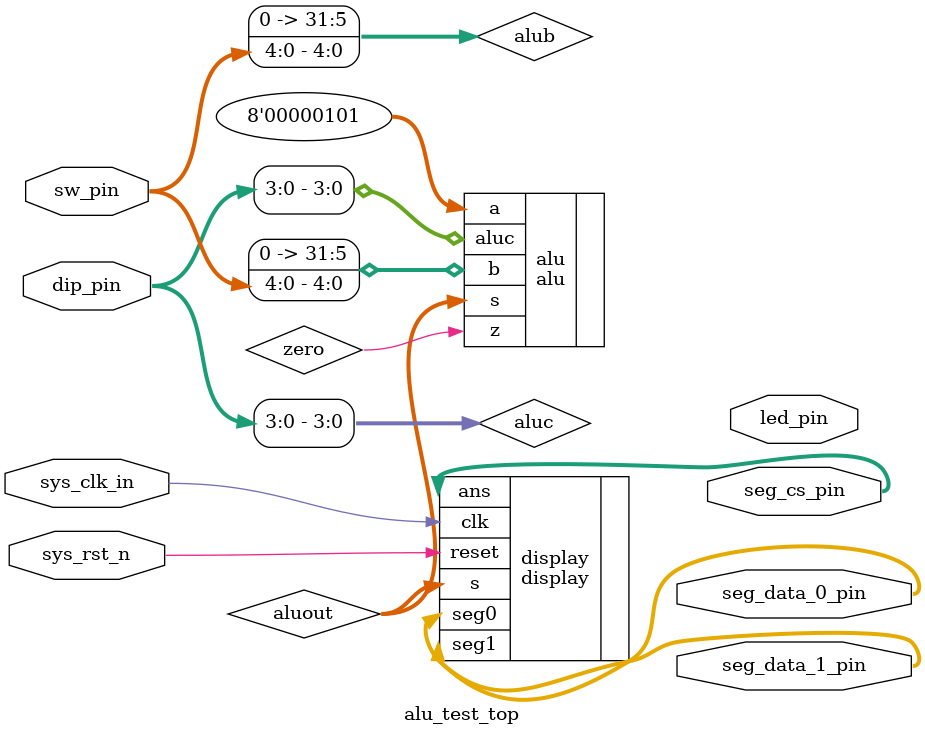
<source format=v>
`timescale 1ns / 1ps


module alu_test_top(
    input sys_rst_n, //globle reset,active low, 
    input sys_clk_in, //board system clock,100MHz
    input [4:0] sw_pin,//sw_pin4 to sw_pin0
    input [4:0] dip_pin,//dip_pin4 to dip_pin0
    output [7:0] seg_data_0_pin, //output DP1,G1,F1,E1,D1,C1,B1,A1, left
    output [7:0] seg_data_1_pin, //output DP0,G0,F0,E0,D0,C0,B0,A0,  right
    output [7:0] seg_cs_pin, //DN1_K4,DN1_K3,DN1_K2,DN1_K0,DN0_K4,DN0_K3,DN0_K2,DN0_K1 left to right
    output [0:15] led_pin
     );

wire clock_1s,zero;
wire [31:0] aluout;

wire[31:0] alub = {27'b0,sw_pin[4:0]};
wire [3:0] aluc = dip_pin[3:0]; 

//例化clk_div
//clk_div div(
//    .clkin(sys_clk_in),
//    .clkout(clock_1s)
//);

//例化alu

alu alu(
    .a(8'h00000005),
    .b(alub),
    .aluc(aluc),
    .s(aluout),
    .z(zero)
);

//例化display
display display(
  .clk(sys_clk_in),
  .reset(sys_rst_n),
  .s(aluout),
  .seg0(seg_data_0_pin),
  .seg1(seg_data_1_pin),
  .ans(seg_cs_pin)
);


endmodule

</source>
